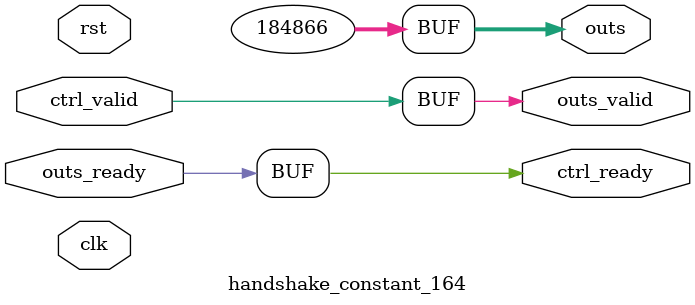
<source format=v>
`timescale 1ns / 1ps
module handshake_constant_164 #(
  parameter DATA_WIDTH = 32  // Default set to 32 bits
) (
  input                       clk,
  input                       rst,
  // Input Channel
  input                       ctrl_valid,
  output                      ctrl_ready,
  // Output Channel
  output [DATA_WIDTH - 1 : 0] outs,
  output                      outs_valid,
  input                       outs_ready
);
  assign outs       = 19'b0101101001000100010;
  assign outs_valid = ctrl_valid;
  assign ctrl_ready = outs_ready;

endmodule

</source>
